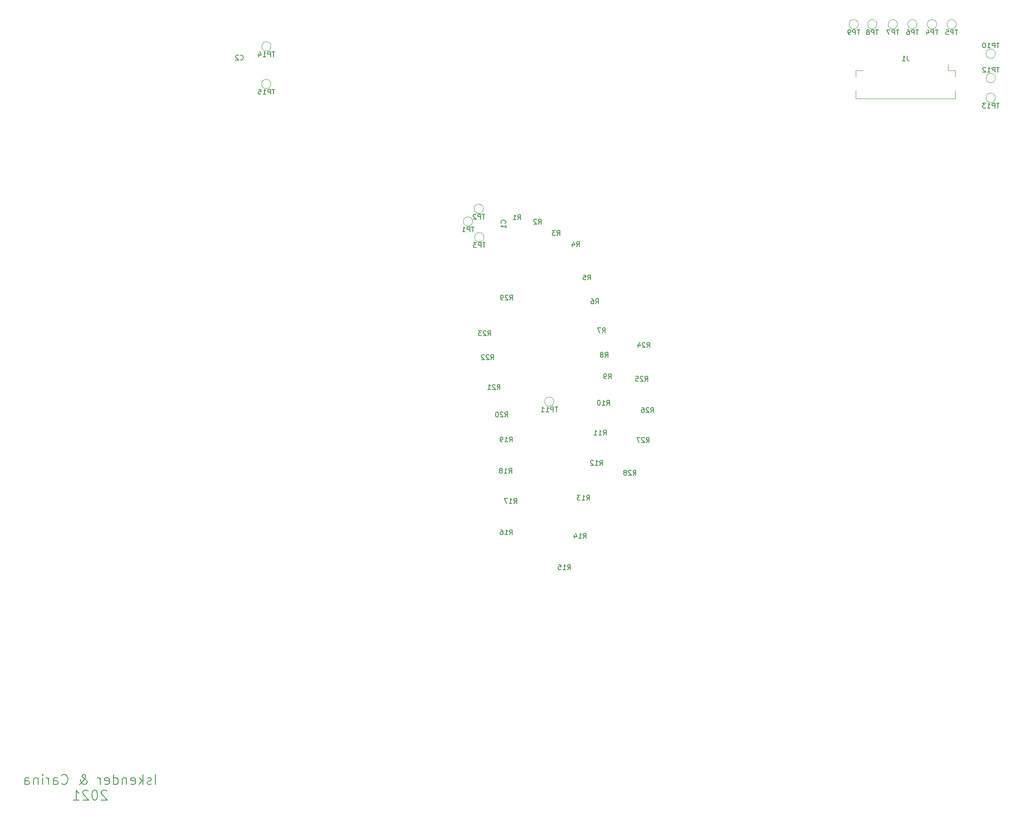
<source format=gbr>
G04 #@! TF.GenerationSoftware,KiCad,Pcbnew,(5.1.8)-1*
G04 #@! TF.CreationDate,2021-03-05T20:40:41-08:00*
G04 #@! TF.ProjectId,anglerfish,616e676c-6572-4666-9973-682e6b696361,rev?*
G04 #@! TF.SameCoordinates,Original*
G04 #@! TF.FileFunction,Legend,Bot*
G04 #@! TF.FilePolarity,Positive*
%FSLAX46Y46*%
G04 Gerber Fmt 4.6, Leading zero omitted, Abs format (unit mm)*
G04 Created by KiCad (PCBNEW (5.1.8)-1) date 2021-03-05 20:40:41*
%MOMM*%
%LPD*%
G01*
G04 APERTURE LIST*
%ADD10C,0.200000*%
%ADD11C,0.120000*%
%ADD12C,0.150000*%
G04 APERTURE END LIST*
D10*
X43333333Y-202304761D02*
X43333333Y-200304761D01*
X42476190Y-202209523D02*
X42285714Y-202304761D01*
X41904761Y-202304761D01*
X41714285Y-202209523D01*
X41619047Y-202019047D01*
X41619047Y-201923809D01*
X41714285Y-201733333D01*
X41904761Y-201638095D01*
X42190476Y-201638095D01*
X42380952Y-201542857D01*
X42476190Y-201352380D01*
X42476190Y-201257142D01*
X42380952Y-201066666D01*
X42190476Y-200971428D01*
X41904761Y-200971428D01*
X41714285Y-201066666D01*
X40761904Y-202304761D02*
X40761904Y-200304761D01*
X40571428Y-201542857D02*
X40000000Y-202304761D01*
X40000000Y-200971428D02*
X40761904Y-201733333D01*
X38380952Y-202209523D02*
X38571428Y-202304761D01*
X38952380Y-202304761D01*
X39142857Y-202209523D01*
X39238095Y-202019047D01*
X39238095Y-201257142D01*
X39142857Y-201066666D01*
X38952380Y-200971428D01*
X38571428Y-200971428D01*
X38380952Y-201066666D01*
X38285714Y-201257142D01*
X38285714Y-201447619D01*
X39238095Y-201638095D01*
X37428571Y-200971428D02*
X37428571Y-202304761D01*
X37428571Y-201161904D02*
X37333333Y-201066666D01*
X37142857Y-200971428D01*
X36857142Y-200971428D01*
X36666666Y-201066666D01*
X36571428Y-201257142D01*
X36571428Y-202304761D01*
X34761904Y-202304761D02*
X34761904Y-200304761D01*
X34761904Y-202209523D02*
X34952380Y-202304761D01*
X35333333Y-202304761D01*
X35523809Y-202209523D01*
X35619047Y-202114285D01*
X35714285Y-201923809D01*
X35714285Y-201352380D01*
X35619047Y-201161904D01*
X35523809Y-201066666D01*
X35333333Y-200971428D01*
X34952380Y-200971428D01*
X34761904Y-201066666D01*
X33047619Y-202209523D02*
X33238095Y-202304761D01*
X33619047Y-202304761D01*
X33809523Y-202209523D01*
X33904761Y-202019047D01*
X33904761Y-201257142D01*
X33809523Y-201066666D01*
X33619047Y-200971428D01*
X33238095Y-200971428D01*
X33047619Y-201066666D01*
X32952380Y-201257142D01*
X32952380Y-201447619D01*
X33904761Y-201638095D01*
X32095238Y-202304761D02*
X32095238Y-200971428D01*
X32095238Y-201352380D02*
X32000000Y-201161904D01*
X31904761Y-201066666D01*
X31714285Y-200971428D01*
X31523809Y-200971428D01*
X27714285Y-202304761D02*
X27809523Y-202304761D01*
X28000000Y-202209523D01*
X28285714Y-201923809D01*
X28761904Y-201352380D01*
X28952380Y-201066666D01*
X29047619Y-200780952D01*
X29047619Y-200590476D01*
X28952380Y-200400000D01*
X28761904Y-200304761D01*
X28666666Y-200304761D01*
X28476190Y-200400000D01*
X28380952Y-200590476D01*
X28380952Y-200685714D01*
X28476190Y-200876190D01*
X28571428Y-200971428D01*
X29142857Y-201352380D01*
X29238095Y-201447619D01*
X29333333Y-201638095D01*
X29333333Y-201923809D01*
X29238095Y-202114285D01*
X29142857Y-202209523D01*
X28952380Y-202304761D01*
X28666666Y-202304761D01*
X28476190Y-202209523D01*
X28380952Y-202114285D01*
X28095238Y-201733333D01*
X28000000Y-201447619D01*
X28000000Y-201257142D01*
X24190476Y-202114285D02*
X24285714Y-202209523D01*
X24571428Y-202304761D01*
X24761904Y-202304761D01*
X25047619Y-202209523D01*
X25238095Y-202019047D01*
X25333333Y-201828571D01*
X25428571Y-201447619D01*
X25428571Y-201161904D01*
X25333333Y-200780952D01*
X25238095Y-200590476D01*
X25047619Y-200400000D01*
X24761904Y-200304761D01*
X24571428Y-200304761D01*
X24285714Y-200400000D01*
X24190476Y-200495238D01*
X22476190Y-202304761D02*
X22476190Y-201257142D01*
X22571428Y-201066666D01*
X22761904Y-200971428D01*
X23142857Y-200971428D01*
X23333333Y-201066666D01*
X22476190Y-202209523D02*
X22666666Y-202304761D01*
X23142857Y-202304761D01*
X23333333Y-202209523D01*
X23428571Y-202019047D01*
X23428571Y-201828571D01*
X23333333Y-201638095D01*
X23142857Y-201542857D01*
X22666666Y-201542857D01*
X22476190Y-201447619D01*
X21523809Y-202304761D02*
X21523809Y-200971428D01*
X21523809Y-201352380D02*
X21428571Y-201161904D01*
X21333333Y-201066666D01*
X21142857Y-200971428D01*
X20952380Y-200971428D01*
X20285714Y-202304761D02*
X20285714Y-200971428D01*
X20285714Y-200304761D02*
X20380952Y-200400000D01*
X20285714Y-200495238D01*
X20190476Y-200400000D01*
X20285714Y-200304761D01*
X20285714Y-200495238D01*
X19333333Y-200971428D02*
X19333333Y-202304761D01*
X19333333Y-201161904D02*
X19238095Y-201066666D01*
X19047619Y-200971428D01*
X18761904Y-200971428D01*
X18571428Y-201066666D01*
X18476190Y-201257142D01*
X18476190Y-202304761D01*
X16666666Y-202304761D02*
X16666666Y-201257142D01*
X16761904Y-201066666D01*
X16952380Y-200971428D01*
X17333333Y-200971428D01*
X17523809Y-201066666D01*
X16666666Y-202209523D02*
X16857142Y-202304761D01*
X17333333Y-202304761D01*
X17523809Y-202209523D01*
X17619047Y-202019047D01*
X17619047Y-201828571D01*
X17523809Y-201638095D01*
X17333333Y-201542857D01*
X16857142Y-201542857D01*
X16666666Y-201447619D01*
X33428571Y-203695238D02*
X33333333Y-203600000D01*
X33142857Y-203504761D01*
X32666666Y-203504761D01*
X32476190Y-203600000D01*
X32380952Y-203695238D01*
X32285714Y-203885714D01*
X32285714Y-204076190D01*
X32380952Y-204361904D01*
X33523809Y-205504761D01*
X32285714Y-205504761D01*
X31047619Y-203504761D02*
X30857142Y-203504761D01*
X30666666Y-203600000D01*
X30571428Y-203695238D01*
X30476190Y-203885714D01*
X30380952Y-204266666D01*
X30380952Y-204742857D01*
X30476190Y-205123809D01*
X30571428Y-205314285D01*
X30666666Y-205409523D01*
X30857142Y-205504761D01*
X31047619Y-205504761D01*
X31238095Y-205409523D01*
X31333333Y-205314285D01*
X31428571Y-205123809D01*
X31523809Y-204742857D01*
X31523809Y-204266666D01*
X31428571Y-203885714D01*
X31333333Y-203695238D01*
X31238095Y-203600000D01*
X31047619Y-203504761D01*
X29619047Y-203695238D02*
X29523809Y-203600000D01*
X29333333Y-203504761D01*
X28857142Y-203504761D01*
X28666666Y-203600000D01*
X28571428Y-203695238D01*
X28476190Y-203885714D01*
X28476190Y-204076190D01*
X28571428Y-204361904D01*
X29714285Y-205504761D01*
X28476190Y-205504761D01*
X26571428Y-205504761D02*
X27714285Y-205504761D01*
X27142857Y-205504761D02*
X27142857Y-203504761D01*
X27333333Y-203790476D01*
X27523809Y-203980952D01*
X27714285Y-204076190D01*
D11*
X66950000Y-59200000D02*
G75*
G03*
X66950000Y-59200000I-950000J0D01*
G01*
X66950000Y-51500000D02*
G75*
G03*
X66950000Y-51500000I-950000J0D01*
G01*
X214950000Y-62000000D02*
G75*
G03*
X214950000Y-62000000I-950000J0D01*
G01*
X214950000Y-58000000D02*
G75*
G03*
X214950000Y-58000000I-950000J0D01*
G01*
X124750000Y-124100000D02*
G75*
G03*
X124750000Y-124100000I-950000J0D01*
G01*
X214950000Y-53000000D02*
G75*
G03*
X214950000Y-53000000I-950000J0D01*
G01*
X186950000Y-47000000D02*
G75*
G03*
X186950000Y-47000000I-950000J0D01*
G01*
X190750000Y-47000000D02*
G75*
G03*
X190750000Y-47000000I-950000J0D01*
G01*
X194950000Y-47000000D02*
G75*
G03*
X194950000Y-47000000I-950000J0D01*
G01*
X198950000Y-47000000D02*
G75*
G03*
X198950000Y-47000000I-950000J0D01*
G01*
X206950000Y-47000000D02*
G75*
G03*
X206950000Y-47000000I-950000J0D01*
G01*
X202950000Y-47000000D02*
G75*
G03*
X202950000Y-47000000I-950000J0D01*
G01*
X205260000Y-56400000D02*
X205260000Y-55200000D01*
X186450000Y-62200000D02*
X186450000Y-60460000D01*
X206750000Y-62200000D02*
X186450000Y-62200000D01*
X206750000Y-60460000D02*
X206750000Y-62200000D01*
X186450000Y-56400000D02*
X186450000Y-57740000D01*
X187940000Y-56400000D02*
X186450000Y-56400000D01*
X206750000Y-56400000D02*
X206750000Y-57740000D01*
X205260000Y-56400000D02*
X206750000Y-56400000D01*
X110450000Y-90500000D02*
G75*
G03*
X110450000Y-90500000I-950000J0D01*
G01*
X110350000Y-84700000D02*
G75*
G03*
X110350000Y-84700000I-950000J0D01*
G01*
X108150000Y-87300000D02*
G75*
G03*
X108150000Y-87300000I-950000J0D01*
G01*
D12*
X67738095Y-60300380D02*
X67166666Y-60300380D01*
X67452380Y-61300380D02*
X67452380Y-60300380D01*
X66833333Y-61300380D02*
X66833333Y-60300380D01*
X66452380Y-60300380D01*
X66357142Y-60348000D01*
X66309523Y-60395619D01*
X66261904Y-60490857D01*
X66261904Y-60633714D01*
X66309523Y-60728952D01*
X66357142Y-60776571D01*
X66452380Y-60824190D01*
X66833333Y-60824190D01*
X65309523Y-61300380D02*
X65880952Y-61300380D01*
X65595238Y-61300380D02*
X65595238Y-60300380D01*
X65690476Y-60443238D01*
X65785714Y-60538476D01*
X65880952Y-60586095D01*
X64404761Y-60300380D02*
X64880952Y-60300380D01*
X64928571Y-60776571D01*
X64880952Y-60728952D01*
X64785714Y-60681333D01*
X64547619Y-60681333D01*
X64452380Y-60728952D01*
X64404761Y-60776571D01*
X64357142Y-60871809D01*
X64357142Y-61109904D01*
X64404761Y-61205142D01*
X64452380Y-61252761D01*
X64547619Y-61300380D01*
X64785714Y-61300380D01*
X64880952Y-61252761D01*
X64928571Y-61205142D01*
X67738095Y-52600380D02*
X67166666Y-52600380D01*
X67452380Y-53600380D02*
X67452380Y-52600380D01*
X66833333Y-53600380D02*
X66833333Y-52600380D01*
X66452380Y-52600380D01*
X66357142Y-52648000D01*
X66309523Y-52695619D01*
X66261904Y-52790857D01*
X66261904Y-52933714D01*
X66309523Y-53028952D01*
X66357142Y-53076571D01*
X66452380Y-53124190D01*
X66833333Y-53124190D01*
X65309523Y-53600380D02*
X65880952Y-53600380D01*
X65595238Y-53600380D02*
X65595238Y-52600380D01*
X65690476Y-52743238D01*
X65785714Y-52838476D01*
X65880952Y-52886095D01*
X64452380Y-52933714D02*
X64452380Y-53600380D01*
X64690476Y-52552761D02*
X64928571Y-53267047D01*
X64309523Y-53267047D01*
X215738095Y-63100380D02*
X215166666Y-63100380D01*
X215452380Y-64100380D02*
X215452380Y-63100380D01*
X214833333Y-64100380D02*
X214833333Y-63100380D01*
X214452380Y-63100380D01*
X214357142Y-63148000D01*
X214309523Y-63195619D01*
X214261904Y-63290857D01*
X214261904Y-63433714D01*
X214309523Y-63528952D01*
X214357142Y-63576571D01*
X214452380Y-63624190D01*
X214833333Y-63624190D01*
X213309523Y-64100380D02*
X213880952Y-64100380D01*
X213595238Y-64100380D02*
X213595238Y-63100380D01*
X213690476Y-63243238D01*
X213785714Y-63338476D01*
X213880952Y-63386095D01*
X212976190Y-63100380D02*
X212357142Y-63100380D01*
X212690476Y-63481333D01*
X212547619Y-63481333D01*
X212452380Y-63528952D01*
X212404761Y-63576571D01*
X212357142Y-63671809D01*
X212357142Y-63909904D01*
X212404761Y-64005142D01*
X212452380Y-64052761D01*
X212547619Y-64100380D01*
X212833333Y-64100380D01*
X212928571Y-64052761D01*
X212976190Y-64005142D01*
X215738095Y-55804380D02*
X215166666Y-55804380D01*
X215452380Y-56804380D02*
X215452380Y-55804380D01*
X214833333Y-56804380D02*
X214833333Y-55804380D01*
X214452380Y-55804380D01*
X214357142Y-55852000D01*
X214309523Y-55899619D01*
X214261904Y-55994857D01*
X214261904Y-56137714D01*
X214309523Y-56232952D01*
X214357142Y-56280571D01*
X214452380Y-56328190D01*
X214833333Y-56328190D01*
X213309523Y-56804380D02*
X213880952Y-56804380D01*
X213595238Y-56804380D02*
X213595238Y-55804380D01*
X213690476Y-55947238D01*
X213785714Y-56042476D01*
X213880952Y-56090095D01*
X212928571Y-55899619D02*
X212880952Y-55852000D01*
X212785714Y-55804380D01*
X212547619Y-55804380D01*
X212452380Y-55852000D01*
X212404761Y-55899619D01*
X212357142Y-55994857D01*
X212357142Y-56090095D01*
X212404761Y-56232952D01*
X212976190Y-56804380D01*
X212357142Y-56804380D01*
X125538095Y-125200380D02*
X124966666Y-125200380D01*
X125252380Y-126200380D02*
X125252380Y-125200380D01*
X124633333Y-126200380D02*
X124633333Y-125200380D01*
X124252380Y-125200380D01*
X124157142Y-125248000D01*
X124109523Y-125295619D01*
X124061904Y-125390857D01*
X124061904Y-125533714D01*
X124109523Y-125628952D01*
X124157142Y-125676571D01*
X124252380Y-125724190D01*
X124633333Y-125724190D01*
X123109523Y-126200380D02*
X123680952Y-126200380D01*
X123395238Y-126200380D02*
X123395238Y-125200380D01*
X123490476Y-125343238D01*
X123585714Y-125438476D01*
X123680952Y-125486095D01*
X122157142Y-126200380D02*
X122728571Y-126200380D01*
X122442857Y-126200380D02*
X122442857Y-125200380D01*
X122538095Y-125343238D01*
X122633333Y-125438476D01*
X122728571Y-125486095D01*
X215738095Y-50804380D02*
X215166666Y-50804380D01*
X215452380Y-51804380D02*
X215452380Y-50804380D01*
X214833333Y-51804380D02*
X214833333Y-50804380D01*
X214452380Y-50804380D01*
X214357142Y-50852000D01*
X214309523Y-50899619D01*
X214261904Y-50994857D01*
X214261904Y-51137714D01*
X214309523Y-51232952D01*
X214357142Y-51280571D01*
X214452380Y-51328190D01*
X214833333Y-51328190D01*
X213309523Y-51804380D02*
X213880952Y-51804380D01*
X213595238Y-51804380D02*
X213595238Y-50804380D01*
X213690476Y-50947238D01*
X213785714Y-51042476D01*
X213880952Y-51090095D01*
X212690476Y-50804380D02*
X212595238Y-50804380D01*
X212500000Y-50852000D01*
X212452380Y-50899619D01*
X212404761Y-50994857D01*
X212357142Y-51185333D01*
X212357142Y-51423428D01*
X212404761Y-51613904D01*
X212452380Y-51709142D01*
X212500000Y-51756761D01*
X212595238Y-51804380D01*
X212690476Y-51804380D01*
X212785714Y-51756761D01*
X212833333Y-51709142D01*
X212880952Y-51613904D01*
X212928571Y-51423428D01*
X212928571Y-51185333D01*
X212880952Y-50994857D01*
X212833333Y-50899619D01*
X212785714Y-50852000D01*
X212690476Y-50804380D01*
X187261904Y-48100380D02*
X186690476Y-48100380D01*
X186976190Y-49100380D02*
X186976190Y-48100380D01*
X186357142Y-49100380D02*
X186357142Y-48100380D01*
X185976190Y-48100380D01*
X185880952Y-48148000D01*
X185833333Y-48195619D01*
X185785714Y-48290857D01*
X185785714Y-48433714D01*
X185833333Y-48528952D01*
X185880952Y-48576571D01*
X185976190Y-48624190D01*
X186357142Y-48624190D01*
X185309523Y-49100380D02*
X185119047Y-49100380D01*
X185023809Y-49052761D01*
X184976190Y-49005142D01*
X184880952Y-48862285D01*
X184833333Y-48671809D01*
X184833333Y-48290857D01*
X184880952Y-48195619D01*
X184928571Y-48148000D01*
X185023809Y-48100380D01*
X185214285Y-48100380D01*
X185309523Y-48148000D01*
X185357142Y-48195619D01*
X185404761Y-48290857D01*
X185404761Y-48528952D01*
X185357142Y-48624190D01*
X185309523Y-48671809D01*
X185214285Y-48719428D01*
X185023809Y-48719428D01*
X184928571Y-48671809D01*
X184880952Y-48624190D01*
X184833333Y-48528952D01*
X191061904Y-48100380D02*
X190490476Y-48100380D01*
X190776190Y-49100380D02*
X190776190Y-48100380D01*
X190157142Y-49100380D02*
X190157142Y-48100380D01*
X189776190Y-48100380D01*
X189680952Y-48148000D01*
X189633333Y-48195619D01*
X189585714Y-48290857D01*
X189585714Y-48433714D01*
X189633333Y-48528952D01*
X189680952Y-48576571D01*
X189776190Y-48624190D01*
X190157142Y-48624190D01*
X189014285Y-48528952D02*
X189109523Y-48481333D01*
X189157142Y-48433714D01*
X189204761Y-48338476D01*
X189204761Y-48290857D01*
X189157142Y-48195619D01*
X189109523Y-48148000D01*
X189014285Y-48100380D01*
X188823809Y-48100380D01*
X188728571Y-48148000D01*
X188680952Y-48195619D01*
X188633333Y-48290857D01*
X188633333Y-48338476D01*
X188680952Y-48433714D01*
X188728571Y-48481333D01*
X188823809Y-48528952D01*
X189014285Y-48528952D01*
X189109523Y-48576571D01*
X189157142Y-48624190D01*
X189204761Y-48719428D01*
X189204761Y-48909904D01*
X189157142Y-49005142D01*
X189109523Y-49052761D01*
X189014285Y-49100380D01*
X188823809Y-49100380D01*
X188728571Y-49052761D01*
X188680952Y-49005142D01*
X188633333Y-48909904D01*
X188633333Y-48719428D01*
X188680952Y-48624190D01*
X188728571Y-48576571D01*
X188823809Y-48528952D01*
X195261904Y-48100380D02*
X194690476Y-48100380D01*
X194976190Y-49100380D02*
X194976190Y-48100380D01*
X194357142Y-49100380D02*
X194357142Y-48100380D01*
X193976190Y-48100380D01*
X193880952Y-48148000D01*
X193833333Y-48195619D01*
X193785714Y-48290857D01*
X193785714Y-48433714D01*
X193833333Y-48528952D01*
X193880952Y-48576571D01*
X193976190Y-48624190D01*
X194357142Y-48624190D01*
X193452380Y-48100380D02*
X192785714Y-48100380D01*
X193214285Y-49100380D01*
X199261904Y-48100380D02*
X198690476Y-48100380D01*
X198976190Y-49100380D02*
X198976190Y-48100380D01*
X198357142Y-49100380D02*
X198357142Y-48100380D01*
X197976190Y-48100380D01*
X197880952Y-48148000D01*
X197833333Y-48195619D01*
X197785714Y-48290857D01*
X197785714Y-48433714D01*
X197833333Y-48528952D01*
X197880952Y-48576571D01*
X197976190Y-48624190D01*
X198357142Y-48624190D01*
X196928571Y-48100380D02*
X197119047Y-48100380D01*
X197214285Y-48148000D01*
X197261904Y-48195619D01*
X197357142Y-48338476D01*
X197404761Y-48528952D01*
X197404761Y-48909904D01*
X197357142Y-49005142D01*
X197309523Y-49052761D01*
X197214285Y-49100380D01*
X197023809Y-49100380D01*
X196928571Y-49052761D01*
X196880952Y-49005142D01*
X196833333Y-48909904D01*
X196833333Y-48671809D01*
X196880952Y-48576571D01*
X196928571Y-48528952D01*
X197023809Y-48481333D01*
X197214285Y-48481333D01*
X197309523Y-48528952D01*
X197357142Y-48576571D01*
X197404761Y-48671809D01*
X207261904Y-48100380D02*
X206690476Y-48100380D01*
X206976190Y-49100380D02*
X206976190Y-48100380D01*
X206357142Y-49100380D02*
X206357142Y-48100380D01*
X205976190Y-48100380D01*
X205880952Y-48148000D01*
X205833333Y-48195619D01*
X205785714Y-48290857D01*
X205785714Y-48433714D01*
X205833333Y-48528952D01*
X205880952Y-48576571D01*
X205976190Y-48624190D01*
X206357142Y-48624190D01*
X204880952Y-48100380D02*
X205357142Y-48100380D01*
X205404761Y-48576571D01*
X205357142Y-48528952D01*
X205261904Y-48481333D01*
X205023809Y-48481333D01*
X204928571Y-48528952D01*
X204880952Y-48576571D01*
X204833333Y-48671809D01*
X204833333Y-48909904D01*
X204880952Y-49005142D01*
X204928571Y-49052761D01*
X205023809Y-49100380D01*
X205261904Y-49100380D01*
X205357142Y-49052761D01*
X205404761Y-49005142D01*
X203261904Y-48100380D02*
X202690476Y-48100380D01*
X202976190Y-49100380D02*
X202976190Y-48100380D01*
X202357142Y-49100380D02*
X202357142Y-48100380D01*
X201976190Y-48100380D01*
X201880952Y-48148000D01*
X201833333Y-48195619D01*
X201785714Y-48290857D01*
X201785714Y-48433714D01*
X201833333Y-48528952D01*
X201880952Y-48576571D01*
X201976190Y-48624190D01*
X202357142Y-48624190D01*
X200928571Y-48433714D02*
X200928571Y-49100380D01*
X201166666Y-48052761D02*
X201404761Y-48767047D01*
X200785714Y-48767047D01*
X115742857Y-103322380D02*
X116076190Y-102846190D01*
X116314285Y-103322380D02*
X116314285Y-102322380D01*
X115933333Y-102322380D01*
X115838095Y-102370000D01*
X115790476Y-102417619D01*
X115742857Y-102512857D01*
X115742857Y-102655714D01*
X115790476Y-102750952D01*
X115838095Y-102798571D01*
X115933333Y-102846190D01*
X116314285Y-102846190D01*
X115361904Y-102417619D02*
X115314285Y-102370000D01*
X115219047Y-102322380D01*
X114980952Y-102322380D01*
X114885714Y-102370000D01*
X114838095Y-102417619D01*
X114790476Y-102512857D01*
X114790476Y-102608095D01*
X114838095Y-102750952D01*
X115409523Y-103322380D01*
X114790476Y-103322380D01*
X114314285Y-103322380D02*
X114123809Y-103322380D01*
X114028571Y-103274761D01*
X113980952Y-103227142D01*
X113885714Y-103084285D01*
X113838095Y-102893809D01*
X113838095Y-102512857D01*
X113885714Y-102417619D01*
X113933333Y-102370000D01*
X114028571Y-102322380D01*
X114219047Y-102322380D01*
X114314285Y-102370000D01*
X114361904Y-102417619D01*
X114409523Y-102512857D01*
X114409523Y-102750952D01*
X114361904Y-102846190D01*
X114314285Y-102893809D01*
X114219047Y-102941428D01*
X114028571Y-102941428D01*
X113933333Y-102893809D01*
X113885714Y-102846190D01*
X113838095Y-102750952D01*
X140927857Y-139122380D02*
X141261190Y-138646190D01*
X141499285Y-139122380D02*
X141499285Y-138122380D01*
X141118333Y-138122380D01*
X141023095Y-138170000D01*
X140975476Y-138217619D01*
X140927857Y-138312857D01*
X140927857Y-138455714D01*
X140975476Y-138550952D01*
X141023095Y-138598571D01*
X141118333Y-138646190D01*
X141499285Y-138646190D01*
X140546904Y-138217619D02*
X140499285Y-138170000D01*
X140404047Y-138122380D01*
X140165952Y-138122380D01*
X140070714Y-138170000D01*
X140023095Y-138217619D01*
X139975476Y-138312857D01*
X139975476Y-138408095D01*
X140023095Y-138550952D01*
X140594523Y-139122380D01*
X139975476Y-139122380D01*
X139404047Y-138550952D02*
X139499285Y-138503333D01*
X139546904Y-138455714D01*
X139594523Y-138360476D01*
X139594523Y-138312857D01*
X139546904Y-138217619D01*
X139499285Y-138170000D01*
X139404047Y-138122380D01*
X139213571Y-138122380D01*
X139118333Y-138170000D01*
X139070714Y-138217619D01*
X139023095Y-138312857D01*
X139023095Y-138360476D01*
X139070714Y-138455714D01*
X139118333Y-138503333D01*
X139213571Y-138550952D01*
X139404047Y-138550952D01*
X139499285Y-138598571D01*
X139546904Y-138646190D01*
X139594523Y-138741428D01*
X139594523Y-138931904D01*
X139546904Y-139027142D01*
X139499285Y-139074761D01*
X139404047Y-139122380D01*
X139213571Y-139122380D01*
X139118333Y-139074761D01*
X139070714Y-139027142D01*
X139023095Y-138931904D01*
X139023095Y-138741428D01*
X139070714Y-138646190D01*
X139118333Y-138598571D01*
X139213571Y-138550952D01*
X143642857Y-132422380D02*
X143976190Y-131946190D01*
X144214285Y-132422380D02*
X144214285Y-131422380D01*
X143833333Y-131422380D01*
X143738095Y-131470000D01*
X143690476Y-131517619D01*
X143642857Y-131612857D01*
X143642857Y-131755714D01*
X143690476Y-131850952D01*
X143738095Y-131898571D01*
X143833333Y-131946190D01*
X144214285Y-131946190D01*
X143261904Y-131517619D02*
X143214285Y-131470000D01*
X143119047Y-131422380D01*
X142880952Y-131422380D01*
X142785714Y-131470000D01*
X142738095Y-131517619D01*
X142690476Y-131612857D01*
X142690476Y-131708095D01*
X142738095Y-131850952D01*
X143309523Y-132422380D01*
X142690476Y-132422380D01*
X142357142Y-131422380D02*
X141690476Y-131422380D01*
X142119047Y-132422380D01*
X144542857Y-126322380D02*
X144876190Y-125846190D01*
X145114285Y-126322380D02*
X145114285Y-125322380D01*
X144733333Y-125322380D01*
X144638095Y-125370000D01*
X144590476Y-125417619D01*
X144542857Y-125512857D01*
X144542857Y-125655714D01*
X144590476Y-125750952D01*
X144638095Y-125798571D01*
X144733333Y-125846190D01*
X145114285Y-125846190D01*
X144161904Y-125417619D02*
X144114285Y-125370000D01*
X144019047Y-125322380D01*
X143780952Y-125322380D01*
X143685714Y-125370000D01*
X143638095Y-125417619D01*
X143590476Y-125512857D01*
X143590476Y-125608095D01*
X143638095Y-125750952D01*
X144209523Y-126322380D01*
X143590476Y-126322380D01*
X142733333Y-125322380D02*
X142923809Y-125322380D01*
X143019047Y-125370000D01*
X143066666Y-125417619D01*
X143161904Y-125560476D01*
X143209523Y-125750952D01*
X143209523Y-126131904D01*
X143161904Y-126227142D01*
X143114285Y-126274761D01*
X143019047Y-126322380D01*
X142828571Y-126322380D01*
X142733333Y-126274761D01*
X142685714Y-126227142D01*
X142638095Y-126131904D01*
X142638095Y-125893809D01*
X142685714Y-125798571D01*
X142733333Y-125750952D01*
X142828571Y-125703333D01*
X143019047Y-125703333D01*
X143114285Y-125750952D01*
X143161904Y-125798571D01*
X143209523Y-125893809D01*
X143342857Y-119922380D02*
X143676190Y-119446190D01*
X143914285Y-119922380D02*
X143914285Y-118922380D01*
X143533333Y-118922380D01*
X143438095Y-118970000D01*
X143390476Y-119017619D01*
X143342857Y-119112857D01*
X143342857Y-119255714D01*
X143390476Y-119350952D01*
X143438095Y-119398571D01*
X143533333Y-119446190D01*
X143914285Y-119446190D01*
X142961904Y-119017619D02*
X142914285Y-118970000D01*
X142819047Y-118922380D01*
X142580952Y-118922380D01*
X142485714Y-118970000D01*
X142438095Y-119017619D01*
X142390476Y-119112857D01*
X142390476Y-119208095D01*
X142438095Y-119350952D01*
X143009523Y-119922380D01*
X142390476Y-119922380D01*
X141485714Y-118922380D02*
X141961904Y-118922380D01*
X142009523Y-119398571D01*
X141961904Y-119350952D01*
X141866666Y-119303333D01*
X141628571Y-119303333D01*
X141533333Y-119350952D01*
X141485714Y-119398571D01*
X141438095Y-119493809D01*
X141438095Y-119731904D01*
X141485714Y-119827142D01*
X141533333Y-119874761D01*
X141628571Y-119922380D01*
X141866666Y-119922380D01*
X141961904Y-119874761D01*
X142009523Y-119827142D01*
X143742857Y-113022380D02*
X144076190Y-112546190D01*
X144314285Y-113022380D02*
X144314285Y-112022380D01*
X143933333Y-112022380D01*
X143838095Y-112070000D01*
X143790476Y-112117619D01*
X143742857Y-112212857D01*
X143742857Y-112355714D01*
X143790476Y-112450952D01*
X143838095Y-112498571D01*
X143933333Y-112546190D01*
X144314285Y-112546190D01*
X143361904Y-112117619D02*
X143314285Y-112070000D01*
X143219047Y-112022380D01*
X142980952Y-112022380D01*
X142885714Y-112070000D01*
X142838095Y-112117619D01*
X142790476Y-112212857D01*
X142790476Y-112308095D01*
X142838095Y-112450952D01*
X143409523Y-113022380D01*
X142790476Y-113022380D01*
X141933333Y-112355714D02*
X141933333Y-113022380D01*
X142171428Y-111974761D02*
X142409523Y-112689047D01*
X141790476Y-112689047D01*
X111242857Y-110622380D02*
X111576190Y-110146190D01*
X111814285Y-110622380D02*
X111814285Y-109622380D01*
X111433333Y-109622380D01*
X111338095Y-109670000D01*
X111290476Y-109717619D01*
X111242857Y-109812857D01*
X111242857Y-109955714D01*
X111290476Y-110050952D01*
X111338095Y-110098571D01*
X111433333Y-110146190D01*
X111814285Y-110146190D01*
X110861904Y-109717619D02*
X110814285Y-109670000D01*
X110719047Y-109622380D01*
X110480952Y-109622380D01*
X110385714Y-109670000D01*
X110338095Y-109717619D01*
X110290476Y-109812857D01*
X110290476Y-109908095D01*
X110338095Y-110050952D01*
X110909523Y-110622380D01*
X110290476Y-110622380D01*
X109957142Y-109622380D02*
X109338095Y-109622380D01*
X109671428Y-110003333D01*
X109528571Y-110003333D01*
X109433333Y-110050952D01*
X109385714Y-110098571D01*
X109338095Y-110193809D01*
X109338095Y-110431904D01*
X109385714Y-110527142D01*
X109433333Y-110574761D01*
X109528571Y-110622380D01*
X109814285Y-110622380D01*
X109909523Y-110574761D01*
X109957142Y-110527142D01*
X111842857Y-115522380D02*
X112176190Y-115046190D01*
X112414285Y-115522380D02*
X112414285Y-114522380D01*
X112033333Y-114522380D01*
X111938095Y-114570000D01*
X111890476Y-114617619D01*
X111842857Y-114712857D01*
X111842857Y-114855714D01*
X111890476Y-114950952D01*
X111938095Y-114998571D01*
X112033333Y-115046190D01*
X112414285Y-115046190D01*
X111461904Y-114617619D02*
X111414285Y-114570000D01*
X111319047Y-114522380D01*
X111080952Y-114522380D01*
X110985714Y-114570000D01*
X110938095Y-114617619D01*
X110890476Y-114712857D01*
X110890476Y-114808095D01*
X110938095Y-114950952D01*
X111509523Y-115522380D01*
X110890476Y-115522380D01*
X110509523Y-114617619D02*
X110461904Y-114570000D01*
X110366666Y-114522380D01*
X110128571Y-114522380D01*
X110033333Y-114570000D01*
X109985714Y-114617619D01*
X109938095Y-114712857D01*
X109938095Y-114808095D01*
X109985714Y-114950952D01*
X110557142Y-115522380D01*
X109938095Y-115522380D01*
X113142857Y-121622380D02*
X113476190Y-121146190D01*
X113714285Y-121622380D02*
X113714285Y-120622380D01*
X113333333Y-120622380D01*
X113238095Y-120670000D01*
X113190476Y-120717619D01*
X113142857Y-120812857D01*
X113142857Y-120955714D01*
X113190476Y-121050952D01*
X113238095Y-121098571D01*
X113333333Y-121146190D01*
X113714285Y-121146190D01*
X112761904Y-120717619D02*
X112714285Y-120670000D01*
X112619047Y-120622380D01*
X112380952Y-120622380D01*
X112285714Y-120670000D01*
X112238095Y-120717619D01*
X112190476Y-120812857D01*
X112190476Y-120908095D01*
X112238095Y-121050952D01*
X112809523Y-121622380D01*
X112190476Y-121622380D01*
X111238095Y-121622380D02*
X111809523Y-121622380D01*
X111523809Y-121622380D02*
X111523809Y-120622380D01*
X111619047Y-120765238D01*
X111714285Y-120860476D01*
X111809523Y-120908095D01*
X114742857Y-127222380D02*
X115076190Y-126746190D01*
X115314285Y-127222380D02*
X115314285Y-126222380D01*
X114933333Y-126222380D01*
X114838095Y-126270000D01*
X114790476Y-126317619D01*
X114742857Y-126412857D01*
X114742857Y-126555714D01*
X114790476Y-126650952D01*
X114838095Y-126698571D01*
X114933333Y-126746190D01*
X115314285Y-126746190D01*
X114361904Y-126317619D02*
X114314285Y-126270000D01*
X114219047Y-126222380D01*
X113980952Y-126222380D01*
X113885714Y-126270000D01*
X113838095Y-126317619D01*
X113790476Y-126412857D01*
X113790476Y-126508095D01*
X113838095Y-126650952D01*
X114409523Y-127222380D01*
X113790476Y-127222380D01*
X113171428Y-126222380D02*
X113076190Y-126222380D01*
X112980952Y-126270000D01*
X112933333Y-126317619D01*
X112885714Y-126412857D01*
X112838095Y-126603333D01*
X112838095Y-126841428D01*
X112885714Y-127031904D01*
X112933333Y-127127142D01*
X112980952Y-127174761D01*
X113076190Y-127222380D01*
X113171428Y-127222380D01*
X113266666Y-127174761D01*
X113314285Y-127127142D01*
X113361904Y-127031904D01*
X113409523Y-126841428D01*
X113409523Y-126603333D01*
X113361904Y-126412857D01*
X113314285Y-126317619D01*
X113266666Y-126270000D01*
X113171428Y-126222380D01*
X115642857Y-132322380D02*
X115976190Y-131846190D01*
X116214285Y-132322380D02*
X116214285Y-131322380D01*
X115833333Y-131322380D01*
X115738095Y-131370000D01*
X115690476Y-131417619D01*
X115642857Y-131512857D01*
X115642857Y-131655714D01*
X115690476Y-131750952D01*
X115738095Y-131798571D01*
X115833333Y-131846190D01*
X116214285Y-131846190D01*
X114690476Y-132322380D02*
X115261904Y-132322380D01*
X114976190Y-132322380D02*
X114976190Y-131322380D01*
X115071428Y-131465238D01*
X115166666Y-131560476D01*
X115261904Y-131608095D01*
X114214285Y-132322380D02*
X114023809Y-132322380D01*
X113928571Y-132274761D01*
X113880952Y-132227142D01*
X113785714Y-132084285D01*
X113738095Y-131893809D01*
X113738095Y-131512857D01*
X113785714Y-131417619D01*
X113833333Y-131370000D01*
X113928571Y-131322380D01*
X114119047Y-131322380D01*
X114214285Y-131370000D01*
X114261904Y-131417619D01*
X114309523Y-131512857D01*
X114309523Y-131750952D01*
X114261904Y-131846190D01*
X114214285Y-131893809D01*
X114119047Y-131941428D01*
X113928571Y-131941428D01*
X113833333Y-131893809D01*
X113785714Y-131846190D01*
X113738095Y-131750952D01*
X115542857Y-138722380D02*
X115876190Y-138246190D01*
X116114285Y-138722380D02*
X116114285Y-137722380D01*
X115733333Y-137722380D01*
X115638095Y-137770000D01*
X115590476Y-137817619D01*
X115542857Y-137912857D01*
X115542857Y-138055714D01*
X115590476Y-138150952D01*
X115638095Y-138198571D01*
X115733333Y-138246190D01*
X116114285Y-138246190D01*
X114590476Y-138722380D02*
X115161904Y-138722380D01*
X114876190Y-138722380D02*
X114876190Y-137722380D01*
X114971428Y-137865238D01*
X115066666Y-137960476D01*
X115161904Y-138008095D01*
X114019047Y-138150952D02*
X114114285Y-138103333D01*
X114161904Y-138055714D01*
X114209523Y-137960476D01*
X114209523Y-137912857D01*
X114161904Y-137817619D01*
X114114285Y-137770000D01*
X114019047Y-137722380D01*
X113828571Y-137722380D01*
X113733333Y-137770000D01*
X113685714Y-137817619D01*
X113638095Y-137912857D01*
X113638095Y-137960476D01*
X113685714Y-138055714D01*
X113733333Y-138103333D01*
X113828571Y-138150952D01*
X114019047Y-138150952D01*
X114114285Y-138198571D01*
X114161904Y-138246190D01*
X114209523Y-138341428D01*
X114209523Y-138531904D01*
X114161904Y-138627142D01*
X114114285Y-138674761D01*
X114019047Y-138722380D01*
X113828571Y-138722380D01*
X113733333Y-138674761D01*
X113685714Y-138627142D01*
X113638095Y-138531904D01*
X113638095Y-138341428D01*
X113685714Y-138246190D01*
X113733333Y-138198571D01*
X113828571Y-138150952D01*
X116552857Y-144872380D02*
X116886190Y-144396190D01*
X117124285Y-144872380D02*
X117124285Y-143872380D01*
X116743333Y-143872380D01*
X116648095Y-143920000D01*
X116600476Y-143967619D01*
X116552857Y-144062857D01*
X116552857Y-144205714D01*
X116600476Y-144300952D01*
X116648095Y-144348571D01*
X116743333Y-144396190D01*
X117124285Y-144396190D01*
X115600476Y-144872380D02*
X116171904Y-144872380D01*
X115886190Y-144872380D02*
X115886190Y-143872380D01*
X115981428Y-144015238D01*
X116076666Y-144110476D01*
X116171904Y-144158095D01*
X115267142Y-143872380D02*
X114600476Y-143872380D01*
X115029047Y-144872380D01*
X115672857Y-151302380D02*
X116006190Y-150826190D01*
X116244285Y-151302380D02*
X116244285Y-150302380D01*
X115863333Y-150302380D01*
X115768095Y-150350000D01*
X115720476Y-150397619D01*
X115672857Y-150492857D01*
X115672857Y-150635714D01*
X115720476Y-150730952D01*
X115768095Y-150778571D01*
X115863333Y-150826190D01*
X116244285Y-150826190D01*
X114720476Y-151302380D02*
X115291904Y-151302380D01*
X115006190Y-151302380D02*
X115006190Y-150302380D01*
X115101428Y-150445238D01*
X115196666Y-150540476D01*
X115291904Y-150588095D01*
X113863333Y-150302380D02*
X114053809Y-150302380D01*
X114149047Y-150350000D01*
X114196666Y-150397619D01*
X114291904Y-150540476D01*
X114339523Y-150730952D01*
X114339523Y-151111904D01*
X114291904Y-151207142D01*
X114244285Y-151254761D01*
X114149047Y-151302380D01*
X113958571Y-151302380D01*
X113863333Y-151254761D01*
X113815714Y-151207142D01*
X113768095Y-151111904D01*
X113768095Y-150873809D01*
X113815714Y-150778571D01*
X113863333Y-150730952D01*
X113958571Y-150683333D01*
X114149047Y-150683333D01*
X114244285Y-150730952D01*
X114291904Y-150778571D01*
X114339523Y-150873809D01*
X127542857Y-158422380D02*
X127876190Y-157946190D01*
X128114285Y-158422380D02*
X128114285Y-157422380D01*
X127733333Y-157422380D01*
X127638095Y-157470000D01*
X127590476Y-157517619D01*
X127542857Y-157612857D01*
X127542857Y-157755714D01*
X127590476Y-157850952D01*
X127638095Y-157898571D01*
X127733333Y-157946190D01*
X128114285Y-157946190D01*
X126590476Y-158422380D02*
X127161904Y-158422380D01*
X126876190Y-158422380D02*
X126876190Y-157422380D01*
X126971428Y-157565238D01*
X127066666Y-157660476D01*
X127161904Y-157708095D01*
X125685714Y-157422380D02*
X126161904Y-157422380D01*
X126209523Y-157898571D01*
X126161904Y-157850952D01*
X126066666Y-157803333D01*
X125828571Y-157803333D01*
X125733333Y-157850952D01*
X125685714Y-157898571D01*
X125638095Y-157993809D01*
X125638095Y-158231904D01*
X125685714Y-158327142D01*
X125733333Y-158374761D01*
X125828571Y-158422380D01*
X126066666Y-158422380D01*
X126161904Y-158374761D01*
X126209523Y-158327142D01*
X130742857Y-152022380D02*
X131076190Y-151546190D01*
X131314285Y-152022380D02*
X131314285Y-151022380D01*
X130933333Y-151022380D01*
X130838095Y-151070000D01*
X130790476Y-151117619D01*
X130742857Y-151212857D01*
X130742857Y-151355714D01*
X130790476Y-151450952D01*
X130838095Y-151498571D01*
X130933333Y-151546190D01*
X131314285Y-151546190D01*
X129790476Y-152022380D02*
X130361904Y-152022380D01*
X130076190Y-152022380D02*
X130076190Y-151022380D01*
X130171428Y-151165238D01*
X130266666Y-151260476D01*
X130361904Y-151308095D01*
X128933333Y-151355714D02*
X128933333Y-152022380D01*
X129171428Y-150974761D02*
X129409523Y-151689047D01*
X128790476Y-151689047D01*
X131442857Y-144222380D02*
X131776190Y-143746190D01*
X132014285Y-144222380D02*
X132014285Y-143222380D01*
X131633333Y-143222380D01*
X131538095Y-143270000D01*
X131490476Y-143317619D01*
X131442857Y-143412857D01*
X131442857Y-143555714D01*
X131490476Y-143650952D01*
X131538095Y-143698571D01*
X131633333Y-143746190D01*
X132014285Y-143746190D01*
X130490476Y-144222380D02*
X131061904Y-144222380D01*
X130776190Y-144222380D02*
X130776190Y-143222380D01*
X130871428Y-143365238D01*
X130966666Y-143460476D01*
X131061904Y-143508095D01*
X130157142Y-143222380D02*
X129538095Y-143222380D01*
X129871428Y-143603333D01*
X129728571Y-143603333D01*
X129633333Y-143650952D01*
X129585714Y-143698571D01*
X129538095Y-143793809D01*
X129538095Y-144031904D01*
X129585714Y-144127142D01*
X129633333Y-144174761D01*
X129728571Y-144222380D01*
X130014285Y-144222380D01*
X130109523Y-144174761D01*
X130157142Y-144127142D01*
X134127857Y-137122380D02*
X134461190Y-136646190D01*
X134699285Y-137122380D02*
X134699285Y-136122380D01*
X134318333Y-136122380D01*
X134223095Y-136170000D01*
X134175476Y-136217619D01*
X134127857Y-136312857D01*
X134127857Y-136455714D01*
X134175476Y-136550952D01*
X134223095Y-136598571D01*
X134318333Y-136646190D01*
X134699285Y-136646190D01*
X133175476Y-137122380D02*
X133746904Y-137122380D01*
X133461190Y-137122380D02*
X133461190Y-136122380D01*
X133556428Y-136265238D01*
X133651666Y-136360476D01*
X133746904Y-136408095D01*
X132794523Y-136217619D02*
X132746904Y-136170000D01*
X132651666Y-136122380D01*
X132413571Y-136122380D01*
X132318333Y-136170000D01*
X132270714Y-136217619D01*
X132223095Y-136312857D01*
X132223095Y-136408095D01*
X132270714Y-136550952D01*
X132842142Y-137122380D01*
X132223095Y-137122380D01*
X134842857Y-130922380D02*
X135176190Y-130446190D01*
X135414285Y-130922380D02*
X135414285Y-129922380D01*
X135033333Y-129922380D01*
X134938095Y-129970000D01*
X134890476Y-130017619D01*
X134842857Y-130112857D01*
X134842857Y-130255714D01*
X134890476Y-130350952D01*
X134938095Y-130398571D01*
X135033333Y-130446190D01*
X135414285Y-130446190D01*
X133890476Y-130922380D02*
X134461904Y-130922380D01*
X134176190Y-130922380D02*
X134176190Y-129922380D01*
X134271428Y-130065238D01*
X134366666Y-130160476D01*
X134461904Y-130208095D01*
X132938095Y-130922380D02*
X133509523Y-130922380D01*
X133223809Y-130922380D02*
X133223809Y-129922380D01*
X133319047Y-130065238D01*
X133414285Y-130160476D01*
X133509523Y-130208095D01*
X135542857Y-124822380D02*
X135876190Y-124346190D01*
X136114285Y-124822380D02*
X136114285Y-123822380D01*
X135733333Y-123822380D01*
X135638095Y-123870000D01*
X135590476Y-123917619D01*
X135542857Y-124012857D01*
X135542857Y-124155714D01*
X135590476Y-124250952D01*
X135638095Y-124298571D01*
X135733333Y-124346190D01*
X136114285Y-124346190D01*
X134590476Y-124822380D02*
X135161904Y-124822380D01*
X134876190Y-124822380D02*
X134876190Y-123822380D01*
X134971428Y-123965238D01*
X135066666Y-124060476D01*
X135161904Y-124108095D01*
X133971428Y-123822380D02*
X133876190Y-123822380D01*
X133780952Y-123870000D01*
X133733333Y-123917619D01*
X133685714Y-124012857D01*
X133638095Y-124203333D01*
X133638095Y-124441428D01*
X133685714Y-124631904D01*
X133733333Y-124727142D01*
X133780952Y-124774761D01*
X133876190Y-124822380D01*
X133971428Y-124822380D01*
X134066666Y-124774761D01*
X134114285Y-124727142D01*
X134161904Y-124631904D01*
X134209523Y-124441428D01*
X134209523Y-124203333D01*
X134161904Y-124012857D01*
X134114285Y-123917619D01*
X134066666Y-123870000D01*
X133971428Y-123822380D01*
X135866666Y-119422380D02*
X136200000Y-118946190D01*
X136438095Y-119422380D02*
X136438095Y-118422380D01*
X136057142Y-118422380D01*
X135961904Y-118470000D01*
X135914285Y-118517619D01*
X135866666Y-118612857D01*
X135866666Y-118755714D01*
X135914285Y-118850952D01*
X135961904Y-118898571D01*
X136057142Y-118946190D01*
X136438095Y-118946190D01*
X135390476Y-119422380D02*
X135200000Y-119422380D01*
X135104761Y-119374761D01*
X135057142Y-119327142D01*
X134961904Y-119184285D01*
X134914285Y-118993809D01*
X134914285Y-118612857D01*
X134961904Y-118517619D01*
X135009523Y-118470000D01*
X135104761Y-118422380D01*
X135295238Y-118422380D01*
X135390476Y-118470000D01*
X135438095Y-118517619D01*
X135485714Y-118612857D01*
X135485714Y-118850952D01*
X135438095Y-118946190D01*
X135390476Y-118993809D01*
X135295238Y-119041428D01*
X135104761Y-119041428D01*
X135009523Y-118993809D01*
X134961904Y-118946190D01*
X134914285Y-118850952D01*
X135181666Y-115022380D02*
X135515000Y-114546190D01*
X135753095Y-115022380D02*
X135753095Y-114022380D01*
X135372142Y-114022380D01*
X135276904Y-114070000D01*
X135229285Y-114117619D01*
X135181666Y-114212857D01*
X135181666Y-114355714D01*
X135229285Y-114450952D01*
X135276904Y-114498571D01*
X135372142Y-114546190D01*
X135753095Y-114546190D01*
X134610238Y-114450952D02*
X134705476Y-114403333D01*
X134753095Y-114355714D01*
X134800714Y-114260476D01*
X134800714Y-114212857D01*
X134753095Y-114117619D01*
X134705476Y-114070000D01*
X134610238Y-114022380D01*
X134419761Y-114022380D01*
X134324523Y-114070000D01*
X134276904Y-114117619D01*
X134229285Y-114212857D01*
X134229285Y-114260476D01*
X134276904Y-114355714D01*
X134324523Y-114403333D01*
X134419761Y-114450952D01*
X134610238Y-114450952D01*
X134705476Y-114498571D01*
X134753095Y-114546190D01*
X134800714Y-114641428D01*
X134800714Y-114831904D01*
X134753095Y-114927142D01*
X134705476Y-114974761D01*
X134610238Y-115022380D01*
X134419761Y-115022380D01*
X134324523Y-114974761D01*
X134276904Y-114927142D01*
X134229285Y-114831904D01*
X134229285Y-114641428D01*
X134276904Y-114546190D01*
X134324523Y-114498571D01*
X134419761Y-114450952D01*
X134651666Y-110022380D02*
X134985000Y-109546190D01*
X135223095Y-110022380D02*
X135223095Y-109022380D01*
X134842142Y-109022380D01*
X134746904Y-109070000D01*
X134699285Y-109117619D01*
X134651666Y-109212857D01*
X134651666Y-109355714D01*
X134699285Y-109450952D01*
X134746904Y-109498571D01*
X134842142Y-109546190D01*
X135223095Y-109546190D01*
X134318333Y-109022380D02*
X133651666Y-109022380D01*
X134080238Y-110022380D01*
X133266666Y-104122380D02*
X133600000Y-103646190D01*
X133838095Y-104122380D02*
X133838095Y-103122380D01*
X133457142Y-103122380D01*
X133361904Y-103170000D01*
X133314285Y-103217619D01*
X133266666Y-103312857D01*
X133266666Y-103455714D01*
X133314285Y-103550952D01*
X133361904Y-103598571D01*
X133457142Y-103646190D01*
X133838095Y-103646190D01*
X132409523Y-103122380D02*
X132600000Y-103122380D01*
X132695238Y-103170000D01*
X132742857Y-103217619D01*
X132838095Y-103360476D01*
X132885714Y-103550952D01*
X132885714Y-103931904D01*
X132838095Y-104027142D01*
X132790476Y-104074761D01*
X132695238Y-104122380D01*
X132504761Y-104122380D01*
X132409523Y-104074761D01*
X132361904Y-104027142D01*
X132314285Y-103931904D01*
X132314285Y-103693809D01*
X132361904Y-103598571D01*
X132409523Y-103550952D01*
X132504761Y-103503333D01*
X132695238Y-103503333D01*
X132790476Y-103550952D01*
X132838095Y-103598571D01*
X132885714Y-103693809D01*
X131666666Y-99222380D02*
X132000000Y-98746190D01*
X132238095Y-99222380D02*
X132238095Y-98222380D01*
X131857142Y-98222380D01*
X131761904Y-98270000D01*
X131714285Y-98317619D01*
X131666666Y-98412857D01*
X131666666Y-98555714D01*
X131714285Y-98650952D01*
X131761904Y-98698571D01*
X131857142Y-98746190D01*
X132238095Y-98746190D01*
X130761904Y-98222380D02*
X131238095Y-98222380D01*
X131285714Y-98698571D01*
X131238095Y-98650952D01*
X131142857Y-98603333D01*
X130904761Y-98603333D01*
X130809523Y-98650952D01*
X130761904Y-98698571D01*
X130714285Y-98793809D01*
X130714285Y-99031904D01*
X130761904Y-99127142D01*
X130809523Y-99174761D01*
X130904761Y-99222380D01*
X131142857Y-99222380D01*
X131238095Y-99174761D01*
X131285714Y-99127142D01*
X129366666Y-92422380D02*
X129700000Y-91946190D01*
X129938095Y-92422380D02*
X129938095Y-91422380D01*
X129557142Y-91422380D01*
X129461904Y-91470000D01*
X129414285Y-91517619D01*
X129366666Y-91612857D01*
X129366666Y-91755714D01*
X129414285Y-91850952D01*
X129461904Y-91898571D01*
X129557142Y-91946190D01*
X129938095Y-91946190D01*
X128509523Y-91755714D02*
X128509523Y-92422380D01*
X128747619Y-91374761D02*
X128985714Y-92089047D01*
X128366666Y-92089047D01*
X125366666Y-90122380D02*
X125700000Y-89646190D01*
X125938095Y-90122380D02*
X125938095Y-89122380D01*
X125557142Y-89122380D01*
X125461904Y-89170000D01*
X125414285Y-89217619D01*
X125366666Y-89312857D01*
X125366666Y-89455714D01*
X125414285Y-89550952D01*
X125461904Y-89598571D01*
X125557142Y-89646190D01*
X125938095Y-89646190D01*
X125033333Y-89122380D02*
X124414285Y-89122380D01*
X124747619Y-89503333D01*
X124604761Y-89503333D01*
X124509523Y-89550952D01*
X124461904Y-89598571D01*
X124414285Y-89693809D01*
X124414285Y-89931904D01*
X124461904Y-90027142D01*
X124509523Y-90074761D01*
X124604761Y-90122380D01*
X124890476Y-90122380D01*
X124985714Y-90074761D01*
X125033333Y-90027142D01*
X121581666Y-87822380D02*
X121915000Y-87346190D01*
X122153095Y-87822380D02*
X122153095Y-86822380D01*
X121772142Y-86822380D01*
X121676904Y-86870000D01*
X121629285Y-86917619D01*
X121581666Y-87012857D01*
X121581666Y-87155714D01*
X121629285Y-87250952D01*
X121676904Y-87298571D01*
X121772142Y-87346190D01*
X122153095Y-87346190D01*
X121200714Y-86917619D02*
X121153095Y-86870000D01*
X121057857Y-86822380D01*
X120819761Y-86822380D01*
X120724523Y-86870000D01*
X120676904Y-86917619D01*
X120629285Y-87012857D01*
X120629285Y-87108095D01*
X120676904Y-87250952D01*
X121248333Y-87822380D01*
X120629285Y-87822380D01*
X117366666Y-86922380D02*
X117700000Y-86446190D01*
X117938095Y-86922380D02*
X117938095Y-85922380D01*
X117557142Y-85922380D01*
X117461904Y-85970000D01*
X117414285Y-86017619D01*
X117366666Y-86112857D01*
X117366666Y-86255714D01*
X117414285Y-86350952D01*
X117461904Y-86398571D01*
X117557142Y-86446190D01*
X117938095Y-86446190D01*
X116414285Y-86922380D02*
X116985714Y-86922380D01*
X116700000Y-86922380D02*
X116700000Y-85922380D01*
X116795238Y-86065238D01*
X116890476Y-86160476D01*
X116985714Y-86208095D01*
X60666666Y-54227142D02*
X60714285Y-54274761D01*
X60857142Y-54322380D01*
X60952380Y-54322380D01*
X61095238Y-54274761D01*
X61190476Y-54179523D01*
X61238095Y-54084285D01*
X61285714Y-53893809D01*
X61285714Y-53750952D01*
X61238095Y-53560476D01*
X61190476Y-53465238D01*
X61095238Y-53370000D01*
X60952380Y-53322380D01*
X60857142Y-53322380D01*
X60714285Y-53370000D01*
X60666666Y-53417619D01*
X60285714Y-53417619D02*
X60238095Y-53370000D01*
X60142857Y-53322380D01*
X59904761Y-53322380D01*
X59809523Y-53370000D01*
X59761904Y-53417619D01*
X59714285Y-53512857D01*
X59714285Y-53608095D01*
X59761904Y-53750952D01*
X60333333Y-54322380D01*
X59714285Y-54322380D01*
X196933333Y-53452380D02*
X196933333Y-54166666D01*
X196980952Y-54309523D01*
X197076190Y-54404761D01*
X197219047Y-54452380D01*
X197314285Y-54452380D01*
X195933333Y-54452380D02*
X196504761Y-54452380D01*
X196219047Y-54452380D02*
X196219047Y-53452380D01*
X196314285Y-53595238D01*
X196409523Y-53690476D01*
X196504761Y-53738095D01*
X110761904Y-91600380D02*
X110190476Y-91600380D01*
X110476190Y-92600380D02*
X110476190Y-91600380D01*
X109857142Y-92600380D02*
X109857142Y-91600380D01*
X109476190Y-91600380D01*
X109380952Y-91648000D01*
X109333333Y-91695619D01*
X109285714Y-91790857D01*
X109285714Y-91933714D01*
X109333333Y-92028952D01*
X109380952Y-92076571D01*
X109476190Y-92124190D01*
X109857142Y-92124190D01*
X108952380Y-91600380D02*
X108333333Y-91600380D01*
X108666666Y-91981333D01*
X108523809Y-91981333D01*
X108428571Y-92028952D01*
X108380952Y-92076571D01*
X108333333Y-92171809D01*
X108333333Y-92409904D01*
X108380952Y-92505142D01*
X108428571Y-92552761D01*
X108523809Y-92600380D01*
X108809523Y-92600380D01*
X108904761Y-92552761D01*
X108952380Y-92505142D01*
X110661904Y-85800380D02*
X110090476Y-85800380D01*
X110376190Y-86800380D02*
X110376190Y-85800380D01*
X109757142Y-86800380D02*
X109757142Y-85800380D01*
X109376190Y-85800380D01*
X109280952Y-85848000D01*
X109233333Y-85895619D01*
X109185714Y-85990857D01*
X109185714Y-86133714D01*
X109233333Y-86228952D01*
X109280952Y-86276571D01*
X109376190Y-86324190D01*
X109757142Y-86324190D01*
X108804761Y-85895619D02*
X108757142Y-85848000D01*
X108661904Y-85800380D01*
X108423809Y-85800380D01*
X108328571Y-85848000D01*
X108280952Y-85895619D01*
X108233333Y-85990857D01*
X108233333Y-86086095D01*
X108280952Y-86228952D01*
X108852380Y-86800380D01*
X108233333Y-86800380D01*
X108461904Y-88400380D02*
X107890476Y-88400380D01*
X108176190Y-89400380D02*
X108176190Y-88400380D01*
X107557142Y-89400380D02*
X107557142Y-88400380D01*
X107176190Y-88400380D01*
X107080952Y-88448000D01*
X107033333Y-88495619D01*
X106985714Y-88590857D01*
X106985714Y-88733714D01*
X107033333Y-88828952D01*
X107080952Y-88876571D01*
X107176190Y-88924190D01*
X107557142Y-88924190D01*
X106033333Y-89400380D02*
X106604761Y-89400380D01*
X106319047Y-89400380D02*
X106319047Y-88400380D01*
X106414285Y-88543238D01*
X106509523Y-88638476D01*
X106604761Y-88686095D01*
X114827142Y-87648333D02*
X114874761Y-87600714D01*
X114922380Y-87457857D01*
X114922380Y-87362619D01*
X114874761Y-87219761D01*
X114779523Y-87124523D01*
X114684285Y-87076904D01*
X114493809Y-87029285D01*
X114350952Y-87029285D01*
X114160476Y-87076904D01*
X114065238Y-87124523D01*
X113970000Y-87219761D01*
X113922380Y-87362619D01*
X113922380Y-87457857D01*
X113970000Y-87600714D01*
X114017619Y-87648333D01*
X114922380Y-88600714D02*
X114922380Y-88029285D01*
X114922380Y-88315000D02*
X113922380Y-88315000D01*
X114065238Y-88219761D01*
X114160476Y-88124523D01*
X114208095Y-88029285D01*
M02*

</source>
